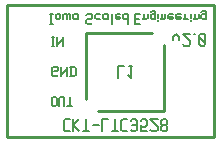
<source format=gbr>
G04 start of page 8 for group -4078 idx -4078 *
G04 Title: (unknown), bottomsilk *
G04 Creator: pcb 20110918 *
G04 CreationDate: Sun 25 Aug 2013 03:12:51 AM GMT UTC *
G04 For: railfan *
G04 Format: Gerber/RS-274X *
G04 PCB-Dimensions: 70000 45000 *
G04 PCB-Coordinate-Origin: lower left *
%MOIN*%
%FSLAX25Y25*%
%LNBOTTOMSILK*%
%ADD44C,0.0080*%
%ADD43C,0.0100*%
G54D43*X500Y500D02*Y44500D01*
X69500D01*
Y500D01*
X500D01*
G54D44*X15500Y30800D02*X16300D01*
X15900D02*Y34000D01*
X15500D02*X16300D01*
X17260Y30800D02*Y34000D01*
Y30800D02*Y31200D01*
X19260Y33200D01*
Y30800D02*Y34000D01*
X17100Y20800D02*X17500Y21200D01*
X15900Y20800D02*X17100D01*
X15500Y21200D02*X15900Y20800D01*
X15500Y21200D02*Y23600D01*
X15900Y24000D01*
X17100D01*
X17500Y23600D01*
Y22800D02*Y23600D01*
X17100Y22400D02*X17500Y22800D01*
X16300Y22400D02*X17100D01*
X18460Y20800D02*Y24000D01*
Y20800D02*Y21200D01*
X20460Y23200D01*
Y20800D02*Y24000D01*
X21820Y20800D02*Y24000D01*
X23020Y20800D02*X23420Y21200D01*
Y23600D01*
X23020Y24000D02*X23420Y23600D01*
X21420Y24000D02*X23020D01*
X21420Y20800D02*X23020D01*
X15500Y11200D02*Y13600D01*
Y11200D02*X15900Y10800D01*
X16700D01*
X17100Y11200D01*
Y13600D01*
X16700Y14000D02*X17100Y13600D01*
X15900Y14000D02*X16700D01*
X15500Y13600D02*X15900Y14000D01*
X18060Y10800D02*Y13600D01*
X18460Y14000D01*
X19260D01*
X19660Y13600D01*
Y10800D02*Y13600D01*
X20620Y10800D02*X22220D01*
X21420D02*Y14000D01*
X20000Y6500D02*X21500D01*
X19500Y6000D02*X20000Y6500D01*
X19500Y3000D02*Y6000D01*
Y3000D02*X20000Y2500D01*
X21500D01*
X22700D02*Y6500D01*
Y4500D02*X24700Y2500D01*
X22700Y4500D02*X24700Y6500D01*
X25900Y2500D02*X27900D01*
X26900D02*Y6500D01*
X29100Y4500D02*X31100D01*
X32300Y2500D02*Y6500D01*
X34300D01*
X35500Y2500D02*X37500D01*
X36500D02*Y6500D01*
X39200D02*X40700D01*
X38700Y6000D02*X39200Y6500D01*
X38700Y3000D02*Y6000D01*
Y3000D02*X39200Y2500D01*
X40700D01*
X41900Y3000D02*X42400Y2500D01*
X43400D01*
X43900Y3000D01*
Y6000D01*
X43400Y6500D02*X43900Y6000D01*
X42400Y6500D02*X43400D01*
X41900Y6000D02*X42400Y6500D01*
Y4500D02*X43900D01*
X45100Y2500D02*X47100D01*
X45100D02*Y4500D01*
X45600Y4000D01*
X46600D01*
X47100Y4500D01*
Y6000D01*
X46600Y6500D02*X47100Y6000D01*
X45600Y6500D02*X46600D01*
X45100Y6000D02*X45600Y6500D01*
X48300Y3000D02*X48800Y2500D01*
X50300D01*
X50800Y3000D01*
Y4000D01*
X48300Y6500D02*X50800Y4000D01*
X48300Y6500D02*X50800D01*
X52000Y6000D02*X52500Y6500D01*
X52000Y5000D02*Y6000D01*
Y5000D02*X52500Y4500D01*
X53500D01*
X54000Y5000D01*
Y6000D01*
X53500Y6500D02*X54000Y6000D01*
X52500Y6500D02*X53500D01*
X52000Y4000D02*X52500Y4500D01*
X52000Y3000D02*Y4000D01*
Y3000D02*X52500Y2500D01*
X53500D01*
X54000Y3000D01*
Y4000D01*
X53500Y4500D02*X54000Y4000D01*
X56000Y33000D02*Y34000D01*
X57000Y35000D01*
X58000Y34000D01*
Y33000D02*Y34000D01*
X59200Y31500D02*X59700Y31000D01*
X61200D01*
X61700Y31500D01*
Y32500D01*
X59200Y35000D02*X61700Y32500D01*
X59200Y35000D02*X61700D01*
X62900D02*X63400D01*
X64600Y34500D02*X65100Y35000D01*
X64600Y31500D02*Y34500D01*
Y31500D02*X65100Y31000D01*
X66100D01*
X66600Y31500D01*
Y34500D01*
X66100Y35000D02*X66600Y34500D01*
X65100Y35000D02*X66100D01*
X64600Y34000D02*X66600Y32000D01*
X15000Y38300D02*X15800D01*
X15400D02*Y41500D01*
X15000D02*X15800D01*
X16760Y40300D02*Y41100D01*
Y40300D02*X17160Y39900D01*
X17960D01*
X18360Y40300D01*
Y41100D01*
X17960Y41500D02*X18360Y41100D01*
X17160Y41500D02*X17960D01*
X16760Y41100D02*X17160Y41500D01*
X19320Y39900D02*Y41100D01*
X19720Y41500D01*
X20120D01*
X20520Y41100D01*
Y39900D02*Y41100D01*
X20920Y41500D01*
X21320D01*
X21720Y41100D01*
Y39900D02*Y41100D01*
X23880Y39900D02*X24280Y40300D01*
X23080Y39900D02*X23880D01*
X22680Y40300D02*X23080Y39900D01*
X22680Y40300D02*Y41100D01*
X23080Y41500D01*
X24280Y39900D02*Y41100D01*
X24680Y41500D01*
X23080D02*X23880D01*
X24280Y41100D01*
X28680Y38300D02*X29080Y38700D01*
X27480Y38300D02*X28680D01*
X27080Y38700D02*X27480Y38300D01*
X27080Y38700D02*Y39500D01*
X27480Y39900D01*
X28680D01*
X29080Y40300D01*
Y41100D01*
X28680Y41500D02*X29080Y41100D01*
X27480Y41500D02*X28680D01*
X27080Y41100D02*X27480Y41500D01*
X30440Y39900D02*X31640D01*
X30040Y40300D02*X30440Y39900D01*
X30040Y40300D02*Y41100D01*
X30440Y41500D01*
X31640D01*
X33800Y39900D02*X34200Y40300D01*
X33000Y39900D02*X33800D01*
X32600Y40300D02*X33000Y39900D01*
X32600Y40300D02*Y41100D01*
X33000Y41500D01*
X34200Y39900D02*Y41100D01*
X34600Y41500D01*
X33000D02*X33800D01*
X34200Y41100D01*
X35560Y38300D02*Y41100D01*
X35960Y41500D01*
X37160D02*X38360D01*
X36760Y41100D02*X37160Y41500D01*
X36760Y40300D02*Y41100D01*
Y40300D02*X37160Y39900D01*
X37960D01*
X38360Y40300D01*
X36760Y40700D02*X38360D01*
Y40300D02*Y40700D01*
X40920Y38300D02*Y41500D01*
X40520D02*X40920Y41100D01*
X39720Y41500D02*X40520D01*
X39320Y41100D02*X39720Y41500D01*
X39320Y40300D02*Y41100D01*
Y40300D02*X39720Y39900D01*
X40520D01*
X40920Y40300D01*
X43320Y39900D02*X44520D01*
X43320Y41500D02*X44920D01*
X43320Y38300D02*Y41500D01*
Y38300D02*X44920D01*
X46280Y40300D02*Y41500D01*
Y40300D02*X46680Y39900D01*
X47080D01*
X47480Y40300D01*
Y41500D01*
X45880Y39900D02*X46280Y40300D01*
X49640Y39900D02*X50040Y40300D01*
X48840Y39900D02*X49640D01*
X48440Y40300D02*X48840Y39900D01*
X48440Y40300D02*Y41100D01*
X48840Y41500D01*
X49640D01*
X50040Y41100D01*
X48440Y42300D02*X48840Y42700D01*
X49640D01*
X50040Y42300D01*
Y39900D02*Y42300D01*
X51000Y39100D02*Y39500D01*
Y40300D02*Y41500D01*
X52200Y40300D02*Y41500D01*
Y40300D02*X52600Y39900D01*
X53000D01*
X53400Y40300D01*
Y41500D01*
X51800Y39900D02*X52200Y40300D01*
X54760Y41500D02*X55960D01*
X54360Y41100D02*X54760Y41500D01*
X54360Y40300D02*Y41100D01*
Y40300D02*X54760Y39900D01*
X55560D01*
X55960Y40300D01*
X54360Y40700D02*X55960D01*
Y40300D02*Y40700D01*
X57320Y41500D02*X58520D01*
X56920Y41100D02*X57320Y41500D01*
X56920Y40300D02*Y41100D01*
Y40300D02*X57320Y39900D01*
X58120D01*
X58520Y40300D01*
X56920Y40700D02*X58520D01*
Y40300D02*Y40700D01*
X59880Y40300D02*Y41500D01*
Y40300D02*X60280Y39900D01*
X61080D01*
X59480D02*X59880Y40300D01*
X62040Y39100D02*Y39500D01*
Y40300D02*Y41500D01*
X63240Y40300D02*Y41500D01*
Y40300D02*X63640Y39900D01*
X64040D01*
X64440Y40300D01*
Y41500D01*
X62840Y39900D02*X63240Y40300D01*
X66600Y39900D02*X67000Y40300D01*
X65800Y39900D02*X66600D01*
X65400Y40300D02*X65800Y39900D01*
X65400Y40300D02*Y41100D01*
X65800Y41500D01*
X66600D01*
X67000Y41100D01*
X65400Y42300D02*X65800Y42700D01*
X66600D01*
X67000Y42300D01*
Y39900D02*Y42300D01*
G54D43*X27000Y35300D02*X49000D01*
X27000D02*Y13300D01*
X31000Y9300D02*X53000D01*
Y31300D02*Y9300D01*
G54D44*X37614Y20314D02*Y24314D01*
X39614D01*
X41314D02*X42314D01*
X41814Y20314D02*Y24314D01*
X40814Y21314D02*X41814Y20314D01*
M02*

</source>
